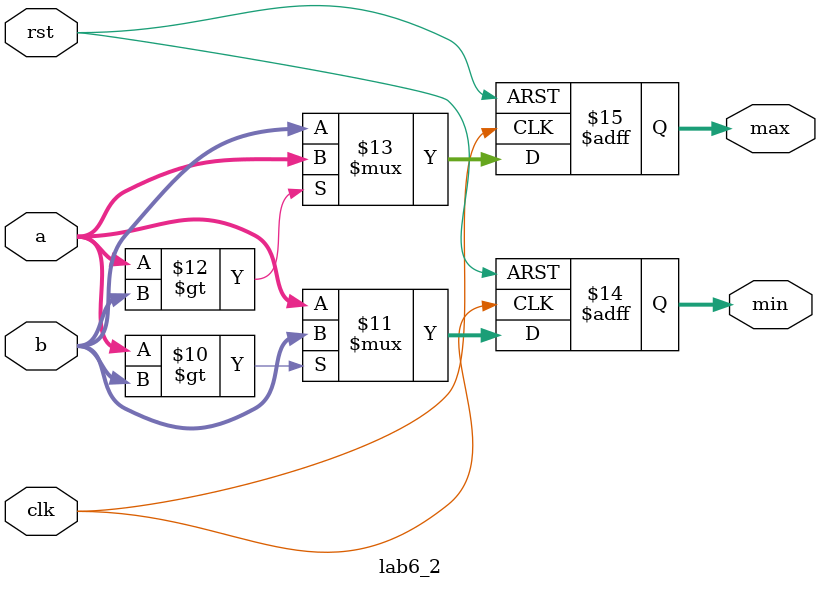
<source format=sv>
module lab6_2 
#(parameter w = 6)
(	input reg [w-1:0] a, b,
	input clk, rst,
	output reg [w-1:0] min, max
	);



function [w-1:0] fmin;
input [w-1:0] a, b;
begin
	fmin = (a>b)? b:a;
end
endfunction

function [w-1:0] fmax;
input [w-1:0] a, b;
begin
	fmax = (a>b)? a:b;
end
endfunction


always @(posedge clk, posedge rst) begin
	min = fmin(a,b);
	max = fmax(a,b);
	if (rst) begin
			min = 0;
			max = 0; end
	end


endmodule

</source>
